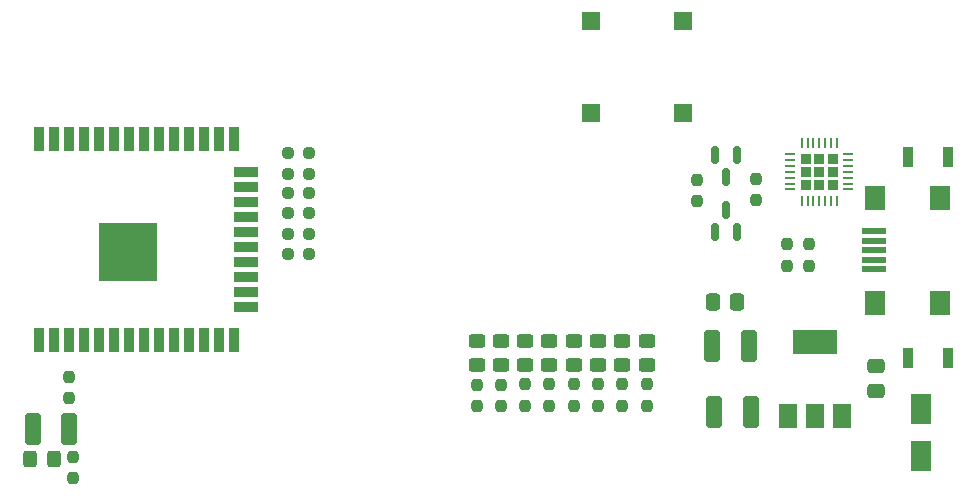
<source format=gbr>
%TF.GenerationSoftware,KiCad,Pcbnew,(6.0.2)*%
%TF.CreationDate,2022-06-23T10:32:29-05:00*%
%TF.ProjectId,ESP32_BUAP_DESARROLLO,45535033-325f-4425-9541-505f44455341,rev?*%
%TF.SameCoordinates,Original*%
%TF.FileFunction,Paste,Top*%
%TF.FilePolarity,Positive*%
%FSLAX46Y46*%
G04 Gerber Fmt 4.6, Leading zero omitted, Abs format (unit mm)*
G04 Created by KiCad (PCBNEW (6.0.2)) date 2022-06-23 10:32:29*
%MOMM*%
%LPD*%
G01*
G04 APERTURE LIST*
G04 Aperture macros list*
%AMRoundRect*
0 Rectangle with rounded corners*
0 $1 Rounding radius*
0 $2 $3 $4 $5 $6 $7 $8 $9 X,Y pos of 4 corners*
0 Add a 4 corners polygon primitive as box body*
4,1,4,$2,$3,$4,$5,$6,$7,$8,$9,$2,$3,0*
0 Add four circle primitives for the rounded corners*
1,1,$1+$1,$2,$3*
1,1,$1+$1,$4,$5*
1,1,$1+$1,$6,$7*
1,1,$1+$1,$8,$9*
0 Add four rect primitives between the rounded corners*
20,1,$1+$1,$2,$3,$4,$5,0*
20,1,$1+$1,$4,$5,$6,$7,0*
20,1,$1+$1,$6,$7,$8,$9,0*
20,1,$1+$1,$8,$9,$2,$3,0*%
G04 Aperture macros list end*
%ADD10RoundRect,0.250000X-0.450000X0.325000X-0.450000X-0.325000X0.450000X-0.325000X0.450000X0.325000X0*%
%ADD11RoundRect,0.237500X-0.250000X-0.237500X0.250000X-0.237500X0.250000X0.237500X-0.250000X0.237500X0*%
%ADD12RoundRect,0.237500X0.237500X-0.250000X0.237500X0.250000X-0.237500X0.250000X-0.237500X-0.250000X0*%
%ADD13RoundRect,0.250000X-0.325000X-0.450000X0.325000X-0.450000X0.325000X0.450000X-0.325000X0.450000X0*%
%ADD14RoundRect,0.150000X-0.150000X0.587500X-0.150000X-0.587500X0.150000X-0.587500X0.150000X0.587500X0*%
%ADD15RoundRect,0.250000X0.412500X1.100000X-0.412500X1.100000X-0.412500X-1.100000X0.412500X-1.100000X0*%
%ADD16RoundRect,0.250000X-0.412500X-1.100000X0.412500X-1.100000X0.412500X1.100000X-0.412500X1.100000X0*%
%ADD17RoundRect,0.237500X-0.237500X0.250000X-0.237500X-0.250000X0.237500X-0.250000X0.237500X0.250000X0*%
%ADD18RoundRect,0.150000X0.150000X-0.587500X0.150000X0.587500X-0.150000X0.587500X-0.150000X-0.587500X0*%
%ADD19R,1.800000X2.500000*%
%ADD20R,0.900000X1.700000*%
%ADD21RoundRect,0.250000X-0.475000X0.337500X-0.475000X-0.337500X0.475000X-0.337500X0.475000X0.337500X0*%
%ADD22RoundRect,0.225000X0.225000X-0.225000X0.225000X0.225000X-0.225000X0.225000X-0.225000X-0.225000X0*%
%ADD23RoundRect,0.062500X0.062500X-0.337500X0.062500X0.337500X-0.062500X0.337500X-0.062500X-0.337500X0*%
%ADD24RoundRect,0.062500X0.337500X-0.062500X0.337500X0.062500X-0.337500X0.062500X-0.337500X-0.062500X0*%
%ADD25RoundRect,0.250000X-0.337500X-0.475000X0.337500X-0.475000X0.337500X0.475000X-0.337500X0.475000X0*%
%ADD26R,1.500000X2.000000*%
%ADD27R,3.800000X2.000000*%
%ADD28R,0.900000X2.000000*%
%ADD29R,2.000000X0.900000*%
%ADD30R,5.000000X5.000000*%
%ADD31R,1.500000X1.500000*%
%ADD32R,2.000000X0.500000*%
%ADD33R,1.700000X2.000000*%
G04 APERTURE END LIST*
D10*
%TO.C,D4*%
X60850003Y-52575002D03*
X60850003Y-54625002D03*
%TD*%
D11*
%TO.C,R2*%
X42787500Y-36700000D03*
X44612500Y-36700000D03*
%TD*%
D12*
%TO.C,R15*%
X77450000Y-40762500D03*
X77450000Y-38937500D03*
%TD*%
D13*
%TO.C,D2*%
X20975000Y-62600002D03*
X23025000Y-62600002D03*
%TD*%
D14*
%TO.C,Q2*%
X80850000Y-36812500D03*
X78950000Y-36812500D03*
X79900000Y-38687500D03*
%TD*%
D15*
%TO.C,C1*%
X82012500Y-58550000D03*
X78887500Y-58550000D03*
%TD*%
D16*
%TO.C,C5*%
X21187500Y-60000000D03*
X24312500Y-60000000D03*
%TD*%
D17*
%TO.C,R10*%
X58800009Y-56287506D03*
X58800009Y-58112506D03*
%TD*%
D11*
%TO.C,R13*%
X42787500Y-40050000D03*
X44612500Y-40050000D03*
%TD*%
%TO.C,R7*%
X42787500Y-45200000D03*
X44612500Y-45200000D03*
%TD*%
D10*
%TO.C,D6*%
X64950003Y-52575000D03*
X64950003Y-54625000D03*
%TD*%
D17*
%TO.C,R17*%
X62900001Y-56237493D03*
X62900001Y-58062493D03*
%TD*%
D11*
%TO.C,R12*%
X42787500Y-43500000D03*
X44612500Y-43500000D03*
%TD*%
D10*
%TO.C,D8*%
X69050003Y-52575000D03*
X69050003Y-54625000D03*
%TD*%
D17*
%TO.C,R5*%
X24600000Y-62387500D03*
X24600000Y-64212500D03*
%TD*%
D18*
%TO.C,Q1*%
X78950000Y-43387500D03*
X80850000Y-43387500D03*
X79900000Y-41512500D03*
%TD*%
D10*
%TO.C,D10*%
X73200000Y-52575000D03*
X73200000Y-54625000D03*
%TD*%
D17*
%TO.C,R22*%
X73200003Y-56237500D03*
X73200003Y-58062500D03*
%TD*%
D10*
%TO.C,D7*%
X67000008Y-52574990D03*
X67000008Y-54624990D03*
%TD*%
D15*
%TO.C,C3*%
X81862500Y-53000000D03*
X78737500Y-53000000D03*
%TD*%
D19*
%TO.C,D3*%
X96400010Y-62300006D03*
X96400010Y-58300006D03*
%TD*%
D12*
%TO.C,R11*%
X24300000Y-57412500D03*
X24300000Y-55587500D03*
%TD*%
D20*
%TO.C,RST1*%
X95300009Y-53999994D03*
X98700009Y-53999994D03*
%TD*%
D21*
%TO.C,C4*%
X92600000Y-54700000D03*
X92600000Y-56775000D03*
%TD*%
D22*
%TO.C,U1*%
X88920002Y-39370012D03*
X87800002Y-37130012D03*
X86680002Y-37130012D03*
X88920002Y-38250012D03*
X86680002Y-39370012D03*
X87800002Y-38250012D03*
X86680002Y-38250012D03*
X87800002Y-39370012D03*
X88920002Y-37130012D03*
D23*
X86300002Y-40700012D03*
X86800002Y-40700012D03*
X87300002Y-40700012D03*
X87800002Y-40700012D03*
X88300002Y-40700012D03*
X88800002Y-40700012D03*
X89300002Y-40700012D03*
D24*
X90250002Y-39750012D03*
X90250002Y-39250012D03*
X90250002Y-38750012D03*
X90250002Y-38250012D03*
X90250002Y-37750012D03*
X90250002Y-37250012D03*
X90250002Y-36750012D03*
D23*
X89300002Y-35800012D03*
X88800002Y-35800012D03*
X88300002Y-35800012D03*
X87800002Y-35800012D03*
X87300002Y-35800012D03*
X86800002Y-35800012D03*
X86300002Y-35800012D03*
D24*
X85350002Y-36750012D03*
X85350002Y-37250012D03*
X85350002Y-37750012D03*
X85350002Y-38250012D03*
X85350002Y-38750012D03*
X85350002Y-39250012D03*
X85350002Y-39750012D03*
%TD*%
D17*
%TO.C,R21*%
X71100003Y-56237500D03*
X71100003Y-58062500D03*
%TD*%
D11*
%TO.C,R6*%
X42787500Y-38400000D03*
X44612500Y-38400000D03*
%TD*%
D17*
%TO.C,R18*%
X64950009Y-56237493D03*
X64950009Y-58062493D03*
%TD*%
D20*
%TO.C,RST2*%
X95300009Y-37000002D03*
X98700009Y-37000002D03*
%TD*%
D25*
%TO.C,C2*%
X78762500Y-49300000D03*
X80837500Y-49300000D03*
%TD*%
D26*
%TO.C,U2*%
X85149990Y-58949990D03*
X87449990Y-58949990D03*
D27*
X87449990Y-52649990D03*
D26*
X89749990Y-58949990D03*
%TD*%
D10*
%TO.C,D5*%
X62900003Y-52575000D03*
X62900003Y-54625000D03*
%TD*%
D17*
%TO.C,R14*%
X82450000Y-38837500D03*
X82450000Y-40662500D03*
%TD*%
%TO.C,R19*%
X67000003Y-56237500D03*
X67000003Y-58062500D03*
%TD*%
D28*
%TO.C,U4*%
X21744991Y-52499988D03*
X23014991Y-52499988D03*
X24284991Y-52499988D03*
X25554991Y-52499988D03*
X26824991Y-52499988D03*
X28094991Y-52499988D03*
X29364991Y-52499988D03*
X30634991Y-52499988D03*
X31904991Y-52499988D03*
X33174991Y-52499988D03*
X34444991Y-52499988D03*
X35714991Y-52499988D03*
X36984991Y-52499988D03*
X38254991Y-52499988D03*
D29*
X39254991Y-49714988D03*
X39254991Y-48444988D03*
X39254991Y-47174988D03*
X39254991Y-45904988D03*
X39254991Y-44634988D03*
X39254991Y-43364988D03*
X39254991Y-42094988D03*
X39254991Y-40824988D03*
X39254991Y-39554988D03*
X39254991Y-38284988D03*
D28*
X38254991Y-35499988D03*
X36984991Y-35499988D03*
X35714991Y-35499988D03*
X34444991Y-35499988D03*
X33174991Y-35499988D03*
X31904991Y-35499988D03*
X30634991Y-35499988D03*
X29364991Y-35499988D03*
X28094991Y-35499988D03*
X26824991Y-35499988D03*
X25554991Y-35499988D03*
X24284991Y-35499988D03*
X23014991Y-35499988D03*
X21744991Y-35499988D03*
D30*
X29244991Y-44999988D03*
%TD*%
D17*
%TO.C,R9*%
X86900000Y-44387500D03*
X86900000Y-46212500D03*
%TD*%
D10*
%TO.C,D1*%
X58800009Y-52575002D03*
X58800009Y-54625002D03*
%TD*%
D11*
%TO.C,R8*%
X42787500Y-41750000D03*
X44612500Y-41750000D03*
%TD*%
D17*
%TO.C,R1*%
X85100000Y-44387500D03*
X85100000Y-46212500D03*
%TD*%
D31*
%TO.C,RST3*%
X68500000Y-33300000D03*
X68500000Y-25500000D03*
%TD*%
D17*
%TO.C,R20*%
X69050003Y-56225000D03*
X69050003Y-58050000D03*
%TD*%
%TO.C,R16*%
X60849992Y-56287506D03*
X60849992Y-58112506D03*
%TD*%
D32*
%TO.C,J1*%
X92425007Y-46500012D03*
X92425007Y-45700012D03*
X92425007Y-44900012D03*
X92425007Y-44100012D03*
X92425007Y-43300012D03*
D33*
X97975007Y-40450012D03*
X97975007Y-49350012D03*
X92525007Y-49350012D03*
X92525007Y-40450012D03*
%TD*%
D10*
%TO.C,D9*%
X71100010Y-52574994D03*
X71100010Y-54624994D03*
%TD*%
D31*
%TO.C,RST4*%
X76250000Y-33250000D03*
X76250000Y-25450000D03*
%TD*%
M02*

</source>
